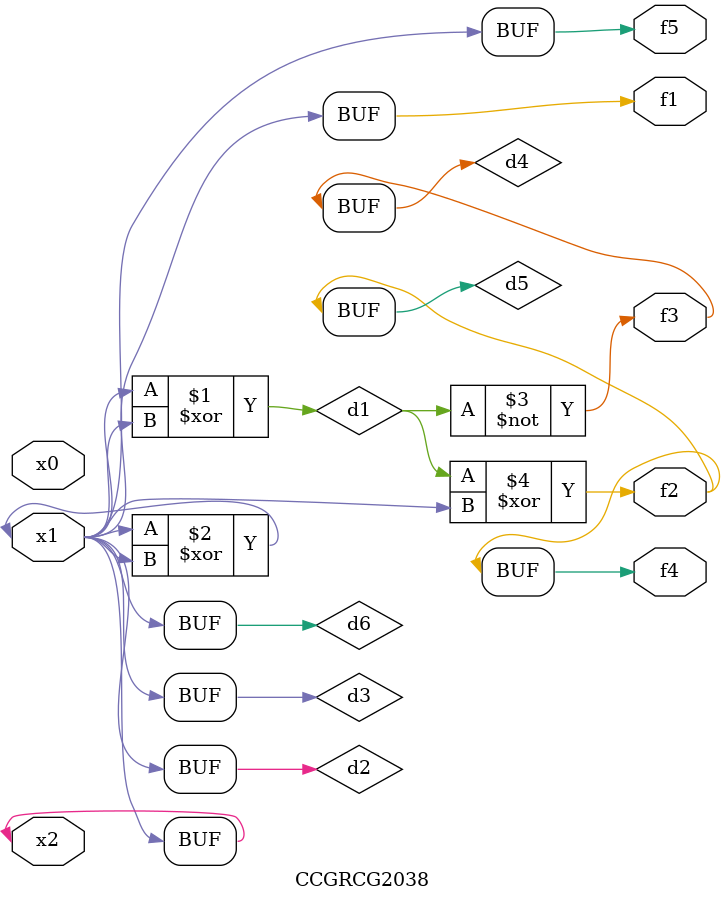
<source format=v>
module CCGRCG2038(
	input x0, x1, x2,
	output f1, f2, f3, f4, f5
);

	wire d1, d2, d3, d4, d5, d6;

	xor (d1, x1, x2);
	buf (d2, x1, x2);
	xor (d3, x1, x2);
	nor (d4, d1);
	xor (d5, d1, d2);
	buf (d6, d2, d3);
	assign f1 = d6;
	assign f2 = d5;
	assign f3 = d4;
	assign f4 = d5;
	assign f5 = d6;
endmodule

</source>
